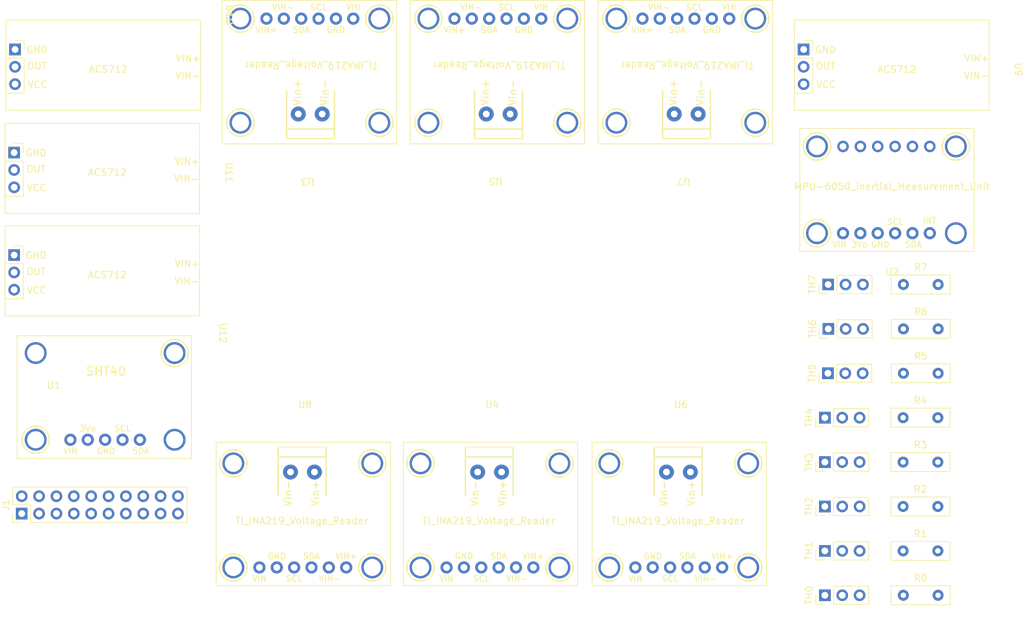
<source format=kicad_pcb>
(kicad_pcb (version 20211014) (generator pcbnew)
  (layers (0 "F.Cu" signal) (1 "In1.Cu" signal) (2 "In2.Cu" signal) (31 "B.Cu" signal) (34 "B.Paste" user) (35 "F.Paste" user) (36 "B.SilkS" user "B.Silkscreen") (37 "F.SilkS" user "F.Silkscreen") (38 "B.Mask" user) (39 "F.Mask" user) (44 "Edge.Cuts" user))
  (net 0 "")
  (net 1 "SCL_5V")
  (net 2 "+5V")
  (net 3 "SDA_5V")
  (net 4 "GND")
  (net 6 "TM0+")
  (net 8 "TM1+")
  (net 10 "TM2+")
  (net 12 "TM3+")
  (net 13 "CUR3")
  (net 14 "TM4+")
  (net 15 "CUR2")
  (net 16 "TM5+")
  (net 17 "CUR1")
  (net 18 "TM6+")
  (net 19 "CUR0")
  (net 20 "TM7+")
  (net 39 "CUR4")
  (footprint "Sensor_Current:ACS712" (layer "F.Cu") (at 198.867017 35.5 -90)
    (fp_text reference "U9" (at 0 -22.86 -90 unlocked) (layer "F.SilkS"))
    (fp_text value "ACS712" (at 0 -5.08 unlocked) (layer "F.SilkS"))
    (fp_text user "VIN+" (at -1.608772 -16.763683 unlocked) (layer "F.SilkS"))
    (fp_text user "VIN-" (at 0.936584 -16.701602 unlocked) (layer "F.SilkS"))
    (fp_text user "VCC" (at 2.239353 5.262622 unlocked) (layer "F.SilkS"))
    (fp_text user "GND" (at -2.86826 5.345449 unlocked) (layer "F.SilkS"))
    (fp_text user "OUT" (at -0.49391 5.345449 unlocked) (layer "F.SilkS"))
    (fp_line (start -1.644353 9.88575) (end -1.644353 7.22575) (layer "F.SilkS") (width 0.12))
    (fp_line (start -7.200684 9.88321) (end -7.200684 -18.57679) (layer "F.SilkS") (width 0.12))
    (fp_line (start -4.244353 8.55575) (end -4.244353 7.22575) (layer "F.SilkS") (width 0.12))
    (fp_line (start -1.644353 7.22575) (end 3.495647 7.22575) (layer "F.SilkS") (width 0.12))
    (fp_line (start 5.994132 9.873283) (end 5.994132 -18.586717) (layer "F.SilkS") (width 0.12))
    (fp_line (start -4.244353 7.22575) (end -2.914353 7.22575) (layer "F.SilkS") (width 0.12))
    (fp_line (start -7.200684 -18.57679) (end 5.94987 -18.571709) (layer "F.SilkS") (width 0.12))
    (fp_line (start -7.200684 9.88321) (end 5.94987 9.888291) (layer "F.SilkS") (width 0.12))
    (fp_line (start -1.644353 9.88575) (end 3.495647 9.88575) (layer "F.SilkS") (width 0.12))
    (fp_line (start 3.495647 9.88575) (end 3.495647 7.22575) (layer "F.SilkS") (width 0.12))
    (pad "1" thru_hole rect (at -2.914353 8.55575) (size 1.7 1.7) (drill 1) (layers *.Cu *.Mask) (net 19 "CUR0"))
    (pad "2" thru_hole oval (at -0.374353 8.55575) (size 1.7 1.7) (drill 1) (layers *.Cu *.Mask) (net 2 "+5V"))
    (pad "3" thru_hole oval (at 2.165647 8.55575) (size 1.7 1.7) (drill 1) (layers *.Cu *.Mask))
  )
  (footprint "Resistor_THT:R_Box_L8.4mm_W2.5mm_P5.08mm" (layer "F.Cu") (at 204.865 106)
    (fp_text reference "R1" (at 2.54 -2.52) (layer "F.SilkS"))
    (fp_text value "100k")
    (fp_line (start -1.77 1.39) (end 6.85 1.39) (layer "F.SilkS") (width 0.12))
    (fp_line (start -1.77 -1.39) (end 6.85 -1.39) (layer "F.SilkS") (width 0.12))
    (fp_line (start -1.77 -1.39) (end -1.77 1.39) (layer "F.SilkS") (width 0.12))
    (fp_line (start 6.85 -1.39) (end 6.85 1.39) (layer "F.SilkS") (width 0.12))
    (pad "1" thru_hole circle locked (at 0 0) (size 1.6 1.6) (drill 0.8) (layers *.Cu *.Mask) (net 2 "+5V"))
    (pad "2" thru_hole circle locked (at 5.08 0) (size 1.6 1.6) (drill 0.8) (layers *.Cu *.Mask) (net 8 "TM1+"))
  )
  (footprint "Sensor_Humidity:SHT40_BB" (layer "F.Cu") (at 88.283 84.233)
    (fp_text reference "U1" (at -7.653 -2.453 unlocked) (layer "F.SilkS"))
    (fp_text value "SHT40_Digital_Humidity_Sensor")
    (fp_text user "SHT40" (at -0.033 -4.533) (layer "F.SilkS") (effects (font (size 1.25222 1.25222) (thickness 0.22098))))
    (fp_text user "SDA" (at 5.047 7.151) (layer "F.SilkS") (effects (font (size 0.87376 0.87376) (thickness 0.14224))))
    (fp_text user "VIN" (at -5.24 7.151) (layer "F.SilkS") (effects (font (size 0.87376 0.87376) (thickness 0.14224))))
    (fp_text user "GND" (at -0.033 7.151) (layer "F.SilkS") (effects (font (size 0.87376 0.87376) (thickness 0.14224))))
    (fp_text user "3Vo" (at -2.7 3.849) (layer "F.SilkS") (effects (font (size 0.87376 0.87376) (thickness 0.14224))))
    (fp_text user "SCL" (at 2.38 3.849) (layer "F.SilkS") (effects (font (size 0.87376 0.87376) (thickness 0.14224))))
    (fp_line (start 12.467 -9.733) (end 12.467 8.267) (layer "F.SilkS") (width 0.12))
    (fp_line (start -13.033 8.267) (end -13.033 -9.733) (layer "F.SilkS") (width 0.12))
    (fp_line (start -13.033 -9.733) (end 12.467 -9.733) (layer "F.SilkS") (width 0.12))
    (fp_line (start 12.467 8.267) (end -13.033 8.267) (layer "F.SilkS") (width 0.12))
    (fp_circle (center 10 -7.2) (end 12 -7.2) (layer "F.SilkS") (width 0.2032) (fill none))
    (fp_circle (center -10.32 5.5) (end -8.32 5.5) (layer "F.SilkS") (width 0.2032) (fill none))
    (pad "1" thru_hole circle (at -5.24 5.5 90) (size 1.778 1.778) (drill 1) (layers *.Cu *.Mask))
    (pad "2" thru_hole circle (at -2.7 5.5 90) (size 1.778 1.778) (drill 1) (layers *.Cu *.Mask) (net 4 "GND"))
    (pad "3" thru_hole circle (at -0.16 5.5 90) (size 1.778 1.778) (drill 1) (layers *.Cu *.Mask) (net 1 "SCL_5V"))
    (pad "4" thru_hole circle (at 2.38 5.5 90) (size 1.778 1.778) (drill 1) (layers *.Cu *.Mask) (net 3 "SDA_5V"))
    (pad "5" thru_hole circle (at 4.92 5.5 90) (size 1.778 1.778) (drill 1) (layers *.Cu *.Mask))
    (pad "P$1" thru_hole circle (at -10.32 5.5) (size 3.2 3.2) (drill 2.5) (layers *.Cu *.Mask))
    (pad "P$1" thru_hole circle (at 10 5.5) (size 3.2 3.2) (drill 2.5) (layers *.Cu *.Mask))
    (pad "P$1" thru_hole circle (at 10 -7.2) (size 3.2 3.2) (drill 2.5) (layers *.Cu *.Mask))
    (pad "P$1" thru_hole circle (at -10.32 -7.2) (size 3.2 3.2) (drill 2.5) (layers *.Cu *.Mask))
  )
  (footprint "Connector_PinHeader_2.54mm:PinHeader_1x03_P2.54mm_Vertical" (layer "F.Cu") (at 193.905 67 90)
    (fp_text reference "TH7" (at 0 -2.33 90) (layer "F.SilkS"))
    (fp_text value "Thermistor_NTC")
    (fp_line (start -1.33 -1.33) (end 0 -1.33) (layer "F.SilkS") (width 0.12))
    (fp_line (start -1.33 0) (end -1.33 -1.33) (layer "F.SilkS") (width 0.12))
    (fp_line (start 1.33 1.27) (end 1.33 6.41) (layer "F.SilkS") (width 0.12))
    (fp_line (start -1.33 6.41) (end 1.33 6.41) (layer "F.SilkS") (width 0.12))
    (fp_line (start -1.33 1.27) (end 1.33 1.27) (layer "F.SilkS") (width 0.12))
    (fp_line (start -1.33 1.27) (end -1.33 6.41) (layer "F.SilkS") (width 0.12))
    (pad "1" thru_hole rect locked (at 0 0 90) (size 1.7 1.7) (drill 1) (layers *.Cu *.Mask) (net 20 "TM7+"))
    (pad "2" thru_hole oval locked (at 0 2.54 90) (size 1.7 1.7) (drill 1) (layers *.Cu *.Mask) (net 4 "GND"))
    (pad "3" thru_hole oval locked (at 0 5.08 90) (size 1.7 1.7) (drill 1) (layers *.Cu *.Mask))
  )
  (footprint "Connector_PinHeader_2.54mm:PinHeader_1x03_P2.54mm_Vertical" (layer "F.Cu") (at 193.865 80 90)
    (fp_text reference "TH5" (at 0 -2.33 90) (layer "F.SilkS"))
    (fp_text value "Thermistor_NTC")
    (fp_line (start -1.33 -1.33) (end 0 -1.33) (layer "F.SilkS") (width 0.12))
    (fp_line (start 1.33 1.27) (end 1.33 6.41) (layer "F.SilkS") (width 0.12))
    (fp_line (start -1.33 6.41) (end 1.33 6.41) (layer "F.SilkS") (width 0.12))
    (fp_line (start -1.33 0) (end -1.33 -1.33) (layer "F.SilkS") (width 0.12))
    (fp_line (start -1.33 1.27) (end 1.33 1.27) (layer "F.SilkS") (width 0.12))
    (fp_line (start -1.33 1.27) (end -1.33 6.41) (layer "F.SilkS") (width 0.12))
    (pad "1" thru_hole rect locked (at 0 0 90) (size 1.7 1.7) (drill 1) (layers *.Cu *.Mask) (net 16 "TM5+"))
    (pad "2" thru_hole oval locked (at 0 2.54 90) (size 1.7 1.7) (drill 1) (layers *.Cu *.Mask) (net 4 "GND"))
    (pad "3" thru_hole oval locked (at 0 5.08 90) (size 1.7 1.7) (drill 1) (layers *.Cu *.Mask))
  )
  (footprint "Sensor_Voltage:INA219" (layer "F.Cu") (at 144.75 85.095)
    (fp_text reference "U4" (at 0 -0.5 unlocked) (layer "F.SilkS"))
    (fp_text value "TI_INA219_Voltage_Reader" (at -0.5 16.5 unlocked) (layer "F.SilkS"))
    (fp_text user "SCL" (at -1.597 24.984) (layer "F.SilkS") (effects (font (size 0.87376 0.87376) (thickness 0.14224))))
    (fp_text user "VIN+" (at 6.023 21.682) (layer "F.SilkS") (effects (font (size 0.87376 0.87376) (thickness 0.14224))))
    (fp_text user "VIN" (at -6.677 24.984) (layer "F.SilkS") (effects (font (size 0.87376 0.87376) (thickness 0.14224))))
    (fp_text user "Vin+" (at 1.5 12.5 90) (layer "F.SilkS") (effects (font (size 1.0922 1.0922) (thickness 0.1778))))
    (fp_text user "VIN-" (at 3.61 24.984) (layer "F.SilkS") (effects (font (size 0.87376 0.87376) (thickness 0.14224))))
    (fp_text user "Vin-" (at -2.5 12.5 90) (layer "F.SilkS") (effects (font (size 1.0922 1.0922) (thickness 0.1778))))
    (fp_text user "GND" (at -4.137 21.682) (layer "F.SilkS") (effects (font (size 0.87376 0.87376) (thickness 0.14224))))
    (fp_text user "SDA" (at 0.943 21.682) (layer "F.SilkS") (effects (font (size 0.87376 0.87376) (thickness 0.14224))))
    (fp_line (start -13 5) (end -13 26) (layer "F.SilkS") (width 0.12))
    (fp_line (start -3.927 7.163) (end -3.927 12.763) (layer "F.SilkS") (width 0.2032))
    (fp_line (start 3.073 5.763) (end -3.927 5.763) (layer "F.SilkS") (width 0.2032))
    (fp_line (start -13 26) (end 12.5 26) (layer "F.SilkS") (width 0.12))
    (fp_line (start 3.073 7.163) (end -3.927 7.163) (layer "F.SilkS") (width 0.2032))
    (fp_line (start -3.927 5.763) (end -3.927 7.163) (layer "F.SilkS") (width 0.2032))
    (fp_line (start 3.073 7.163) (end 3.073 5.763) (layer "F.SilkS") (width 0.2032))
    (fp_line (start 12.5 26) (end 12.5 5) (layer "F.SilkS") (width 0.12))
    (fp_line (start 3.073 12.763) (end 3.073 7.163) (layer "F.SilkS") (width 0.2032))
    (fp_line (start 12.5 5) (end -13 5) (layer "F.SilkS") (width 0.12))
    (fp_circle (center -10.487 23.333) (end -8.487 23.333) (layer "F.SilkS") (width 0.2032) (fill none))
    (fp_circle (center 9.833 8.093) (end 11.833 8.093) (layer "F.SilkS") (width 0.2032) (fill none))
    (fp_circle (center 9.833 23.333) (end 11.833 23.333) (layer "F.SilkS") (width 0.2032) (fill none))
    (fp_circle (center -10.487 8.093) (end -8.487 8.093) (layer "F.SilkS") (width 0.2032) (fill none))
    (pad "1" thru_hole circle (at -6.677 23.333 90) (size 1.778 1.778) (drill 1) (layers *.Cu *.Mask))
    (pad "1" thru_hole circle (at -2.127 9.363 180) (size 2.1844 2.1844) (drill 1) (layers *.Cu *.Mask))
    (pad "2" thru_hole circle (at -4.137 23.333 90) (size 1.778 1.778) (drill 1) (layers *.Cu *.Mask))
    (pad "2" thru_hole circle (at 1.373 9.363 180) (size 2.1844 2.1844) (drill 1) (layers *.Cu *.Mask))
    (pad "3" thru_hole circle (at -1.597 23.333 90) (size 1.778 1.778) (drill 1) (layers *.Cu *.Mask) (net 4 "GND"))
    (pad "4" thru_hole circle (at 0.943 23.333 90) (size 1.778 1.778) (drill 1) (layers *.Cu *.Mask) (net 1 "SCL_5V"))
    (pad "5" thru_hole circle (at 3.483 23.333 90) (size 1.778 1.778) (drill 1) (layers *.Cu *.Mask) (net 3 "SDA_5V"))
    (pad "6" thru_hole circle (at 6.023 23.333 90) (size 1.778 1.778) (drill 1) (layers *.Cu *.Mask))
    (pad "P$1" thru_hole circle (at -10.487 23.333) (size 3.2 3.2) (drill 2.5) (layers *.Cu *.Mask))
    (pad "P$1" thru_hole circle (at 9.833 8.093) (size 3.2 3.2) (drill 2.5) (layers *.Cu *.Mask))
    (pad "P$1" thru_hole circle (at -10.487 8.093) (size 3.2 3.2) (drill 2.5) (layers *.Cu *.Mask))
    (pad "P$1" thru_hole circle (at 9.833 23.333) (size 3.2 3.2) (drill 2.5) (layers *.Cu *.Mask))
  )
  (footprint "Connector_PinHeader_2.54mm:PinHeader_1x03_P2.54mm_Vertical" (layer "F.Cu") (at 193.92 73.5 90)
    (fp_text reference "TH6" (at 0 -2.33 90) (layer "F.SilkS"))
    (fp_text value "Thermistor_NTC")
    (fp_line (start -1.33 -1.33) (end 0 -1.33) (layer "F.SilkS") (width 0.12))
    (fp_line (start -1.33 0) (end -1.33 -1.33) (layer "F.SilkS") (width 0.12))
    (fp_line (start 1.33 1.27) (end 1.33 6.41) (layer "F.SilkS") (width 0.12))
    (fp_line (start -1.33 1.27) (end -1.33 6.41) (layer "F.SilkS") (width 0.12))
    (fp_line (start -1.33 1.27) (end 1.33 1.27) (layer "F.SilkS") (width 0.12))
    (fp_line (start -1.33 6.41) (end 1.33 6.41) (layer "F.SilkS") (width 0.12))
    (pad "1" thru_hole rect locked (at 0 0 90) (size 1.7 1.7) (drill 1) (layers *.Cu *.Mask) (net 18 "TM6+"))
    (pad "2" thru_hole oval locked (at 0 2.54 90) (size 1.7 1.7) (drill 1) (layers *.Cu *.Mask) (net 4 "GND"))
    (pad "3" thru_hole oval locked (at 0 5.08 90) (size 1.7 1.7) (drill 1) (layers *.Cu *.Mask))
  )
  (footprint "Sensor_Voltage:INA219" (layer "F.Cu") (at 172.75 51.405 180)
    (fp_text reference "U7" (at 0 -0.5 180 unlocked) (layer "F.SilkS"))
    (fp_text value "TI_INA219_Voltage_Reader" (at -0.5 16.5 180 unlocked) (layer "F.SilkS"))
    (fp_text user "Vin+" (at 1.5 12.5 90) (layer "F.SilkS") (effects (font (size 1.0922 1.0922) (thickness 0.1778))))
    (fp_text user "GND" (at -4.137 21.682) (layer "F.SilkS") (effects (font (size 0.87376 0.87376) (thickness 0.14224))))
    (fp_text user "SCL" (at -1.597 24.984) (layer "F.SilkS") (effects (font (size 0.87376 0.87376) (thickness 0.14224))))
    (fp_text user "VIN+" (at 6.023 21.682) (layer "F.SilkS") (effects (font (size 0.87376 0.87376) (thickness 0.14224))))
    (fp_text user "Vin-" (at -2.5 12.5 90) (layer "F.SilkS") (effects (font (size 1.0922 1.0922) (thickness 0.1778))))
    (fp_text user "VIN" (at -6.677 24.984) (layer "F.SilkS") (effects (font (size 0.87376 0.87376) (thickness 0.14224))))
    (fp_text user "VIN-" (at 3.61 24.984) (layer "F.SilkS") (effects (font (size 0.87376 0.87376) (thickness 0.14224))))
    (fp_text user "SDA" (at 0.943 21.682) (layer "F.SilkS") (effects (font (size 0.87376 0.87376) (thickness 0.14224))))
    (fp_line (start -3.927 5.763) (end -3.927 7.163) (layer "F.SilkS") (width 0.2032))
    (fp_line (start 12.5 26) (end 12.5 5) (layer "F.SilkS") (width 0.12))
    (fp_line (start -3.927 7.163) (end -3.927 12.763) (layer "F.SilkS") (width 0.2032))
    (fp_line (start 3.073 7.163) (end 3.073 5.763) (layer "F.SilkS") (width 0.2032))
    (fp_line (start -13 26) (end 12.5 26) (layer "F.SilkS") (width 0.12))
    (fp_line (start 12.5 5) (end -13 5) (layer "F.SilkS") (width 0.12))
    (fp_line (start -13 5) (end -13 26) (layer "F.SilkS") (width 0.12))
    (fp_line (start 3.073 12.763) (end 3.073 7.163) (layer "F.SilkS") (width 0.2032))
    (fp_line (start 3.073 7.163) (end -3.927 7.163) (layer "F.SilkS") (width 0.2032))
    (fp_line (start 3.073 5.763) (end -3.927 5.763) (layer "F.SilkS") (width 0.2032))
    (fp_circle (center 9.833 8.093) (end 11.833 8.093) (layer "F.SilkS") (width 0.2032) (fill none))
    (fp_circle (center -10.487 23.333) (end -8.487 23.333) (layer "F.SilkS") (width 0.2032) (fill none))
    (fp_circle (center 9.833 23.333) (end 11.833 23.333) (layer "F.SilkS") (width 0.2032) (fill none))
    (fp_circle (center -10.487 8.093) (end -8.487 8.093) (layer "F.SilkS") (width 0.2032) (fill none))
    (pad "1" thru_hole circle (at -6.677 23.333 270) (size 1.778 1.778) (drill 1) (layers *.Cu *.Mask))
    (pad "1" thru_hole circle (at -2.127 9.363) (size 2.1844 2.1844) (drill 1) (layers *.Cu *.Mask))
    (pad "2" thru_hole circle (at 1.373 9.363) (size 2.1844 2.1844) (drill 1) (layers *.Cu *.Mask))
    (pad "2" thru_hole circle (at -4.137 23.333 270) (size 1.778 1.778) (drill 1) (layers *.Cu *.Mask))
    (pad "3" thru_hole circle (at -1.597 23.333 270) (size 1.778 1.778) (drill 1) (layers *.Cu *.Mask) (net 4 "GND"))
    (pad "4" thru_hole circle (at 0.943 23.333 270) (size 1.778 1.778) (drill 1) (layers *.Cu *.Mask) (net 1 "SCL_5V"))
    (pad "5" thru_hole circle (at 3.483 23.333 270) (size 1.778 1.778) (drill 1) (layers *.Cu *.Mask) (net 3 "SDA_5V"))
    (pad "6" thru_hole circle (at 6.023 23.333 270) (size 1.778 1.778) (drill 1) (layers *.Cu *.Mask))
    (pad "P$1" thru_hole circle (at 9.833 23.333 180) (size 3.2 3.2) (drill 2.5) (layers *.Cu *.Mask))
    (pad "P$1" thru_hole circle (at -10.487 8.093 180) (size 3.2 3.2) (drill 2.5) (layers *.Cu *.Mask))
    (pad "P$1" thru_hole circle (at 9.833 8.093 180) (size 3.2 3.2) (drill 2.5) (layers *.Cu *.Mask))
    (pad "P$1" thru_hole circle (at -10.487 23.333 180) (size 3.2 3.2) (drill 2.5) (layers *.Cu *.Mask))
  )
  (footprint "Resistor_THT:R_Box_L8.4mm_W2.5mm_P5.08mm" (layer "F.Cu") (at 204.865 99.5)
    (fp_text reference "R2" (at 2.54 -2.52) (layer "F.SilkS"))
    (fp_text value "100k")
    (fp_line (start -1.77 -1.39) (end -1.77 1.39) (layer "F.SilkS") (width 0.12))
    (fp_line (start -1.77 -1.39) (end 6.85 -1.39) (layer "F.SilkS") (width 0.12))
    (fp_line (start 6.85 -1.39) (end 6.85 1.39) (layer "F.SilkS") (width 0.12))
    (fp_line (start -1.77 1.39) (end 6.85 1.39) (layer "F.SilkS") (width 0.12))
    (pad "1" thru_hole circle locked (at 0 0) (size 1.6 1.6) (drill 0.8) (layers *.Cu *.Mask) (net 2 "+5V"))
    (pad "2" thru_hole circle locked (at 5.08 0) (size 1.6 1.6) (drill 0.8) (layers *.Cu *.Mask) (net 10 "TM2+"))
  )
  (footprint "Sensor_Current:ACS712" (layer "F.Cu") (at 83.367017 65.603276 -90)
    (fp_text reference "U12" (at 8.5 -21.98 -90 unlocked) (layer "F.SilkS"))
    (fp_text value "ACS712" (at 0 -5.08 unlocked) (layer "F.SilkS"))
    (fp_text user "VIN-" (at 0.936584 -16.701602 unlocked) (layer "F.SilkS"))
    (fp_text user "VIN+" (at -1.608772 -16.763683 unlocked) (layer "F.SilkS"))
    (fp_text user "VCC" (at 2.239353 5.262622 unlocked) (layer "F.SilkS"))
    (fp_text user "GND" (at -2.86826 5.345449 unlocked) (layer "F.SilkS"))
    (fp_text user "OUT" (at -0.49391 5.345449 unlocked) (layer "F.SilkS"))
    (fp_line (start -7.200684 9.88321) (end -7.200684 -18.57679) (layer "F.SilkS") (width 0.12))
    (fp_line (start -7.200684 -18.57679) (end 5.94987 -18.571709) (layer "F.SilkS") (width 0.12))
    (fp_line (start -1.644353 7.22575) (end 3.495647 7.22575) (layer "F.SilkS") (width 0.12))
    (fp_line (start -4.244353 8.55575) (end -4.244353 7.22575) (layer "F.SilkS") (width 0.12))
    (fp_line (start -1.644353 9.88575) (end -1.644353 7.22575) (layer "F.SilkS") (width 0.12))
    (fp_line (start 3.495647 9.88575) (end 3.495647 7.22575) (layer "F.SilkS") (width 0.12))
    (fp_line (start -7.200684 9.88321) (end 5.94987 9.888291) (layer "F.SilkS") (width 0.12))
    (fp_line (start -4.244353 7.22575) (end -2.914353 7.22575) (layer "F.SilkS") (width 0.12))
    (fp_line (start 5.994132 9.873283) (end 5.994132 -18.586717) (layer "F.SilkS") (width 0.12))
    (fp_line (start -1.644353 9.88575) (end 3.495647 9.88575) (layer "F.SilkS") (width 0.12))
    (pad "1" thru_hole rect (at -2.914353 8.55575) (size 1.7 1.7) (drill 1) (layers *.Cu *.Mask) (net 39 "CUR4"))
    (pad "2" thru_hole oval (at -0.374353 8.55575) (size 1.7 1.7) (drill 1) (layers *.Cu *.Mask) (net 2 "+5V"))
    (pad "3" thru_hole oval (at 2.165647 8.55575) (size 1.7 1.7) (drill 1) (layers *.Cu *.Mask))
  )
  (footprint "Resistor_THT:R_Box_L8.4mm_W2.5mm_P5.08mm" (layer "F.Cu") (at 204.9 112.5)
    (fp_text reference "R0" (at 2.54 -2.52) (layer "F.SilkS"))
    (fp_text value "100k")
    (fp_line (start 6.85 -1.39) (end 6.85 1.39) (layer "F.SilkS") (width 0.12))
    (fp_line (start -1.77 -1.39) (end -1.77 1.39) (layer "F.SilkS") (width 0.12))
    (fp_line (start -1.77 1.39) (end 6.85 1.39) (layer "F.SilkS") (width 0.12))
    (fp_line (start -1.77 -1.39) (end 6.85 -1.39) (layer "F.SilkS") (width 0.12))
    (pad "1" thru_hole circle locked (at 0 0) (size 1.6 1.6) (drill 0.8) (layers *.Cu *.Mask) (net 2 "+5V"))
    (pad "2" thru_hole circle locked (at 5.08 0) (size 1.6 1.6) (drill 0.8) (layers *.Cu *.Mask) (net 6 "TM0+"))
  )
  (footprint "Resistor_THT:R_Box_L8.4mm_W2.5mm_P5.08mm" (layer "F.Cu") (at 204.91 67)
    (fp_text reference "R7" (at 2.54 -2.52) (layer "F.SilkS"))
    (fp_text value "100k")
    (fp_line (start 6.85 -1.39) (end 6.85 1.39) (layer "F.SilkS") (width 0.12))
    (fp_line (start -1.77 -1.39) (end -1.77 1.39) (layer "F.SilkS") (width 0.12))
    (fp_line (start -1.77 -1.39) (end 6.85 -1.39) (layer "F.SilkS") (width 0.12))
    (fp_line (start -1.77 1.39) (end 6.85 1.39) (layer "F.SilkS") (width 0.12))
    (pad "1" thru_hole circle locked (at 0 0) (size 1.6 1.6) (drill 0.8) (layers *.Cu *.Mask) (net 2 "+5V"))
    (pad "2" thru_hole circle locked (at 5.08 0) (size 1.6 1.6) (drill 0.8) (layers *.Cu *.Mask) (net 20 "TM7+"))
  )
  (footprint "Sensor_Voltage:INA219" (layer "F.Cu") (at 117.37 85.095)
    (fp_text reference "U8" (at 0 -0.5 unlocked) (layer "F.SilkS"))
    (fp_text value "TI_INA219_Voltage_Reader" (at -0.5 16.5 unlocked) (layer "F.SilkS"))
    (fp_text user "VIN-" (at 3.61 24.984) (layer "F.SilkS") (effects (font (size 0.87376 0.87376) (thickness 0.14224))))
    (fp_text user "Vin+" (at 1.5 12.5 90) (layer "F.SilkS") (effects (font (size 1.0922 1.0922) (thickness 0.1778))))
    (fp_text user "Vin-" (at -2.5 12.5 90) (layer "F.SilkS") (effects (font (size 1.0922 1.0922) (thickness 0.1778))))
    (fp_text user "GND" (at -4.137 21.682) (layer "F.SilkS") (effects (font (size 0.87376 0.87376) (thickness 0.14224))))
    (fp_text user "SCL" (at -1.597 24.984) (layer "F.SilkS") (effects (font (size 0.87376 0.87376) (thickness 0.14224))))
    (fp_text user "SDA" (at 0.943 21.682) (layer "F.SilkS") (effects (font (size 0.87376 0.87376) (thickness 0.14224))))
    (fp_text user "VIN" (at -6.677 24.984) (layer "F.SilkS") (effects (font (size 0.87376 0.87376) (thickness 0.14224))))
    (fp_text user "VIN+" (at 6.023 21.682) (layer "F.SilkS") (effects (font (size 0.87376 0.87376) (thickness 0.14224))))
    (fp_line (start 3.073 5.763) (end -3.927 5.763) (layer "F.SilkS") (width 0.2032))
    (fp_line (start 12.5 26) (end 12.5 5) (layer "F.SilkS") (width 0.12))
    (fp_line (start -3.927 7.163) (end -3.927 12.763) (layer "F.SilkS") (width 0.2032))
    (fp_line (start -13 26) (end 12.5 26) (layer "F.SilkS") (width 0.12))
    (fp_line (start 12.5 5) (end -13 5) (layer "F.SilkS") (width 0.12))
    (fp_line (start -13 5) (end -13 26) (layer "F.SilkS") (width 0.12))
    (fp_line (start 3.073 7.163) (end -3.927 7.163) (layer "F.SilkS") (width 0.2032))
    (fp_line (start 3.073 12.763) (end 3.073 7.163) (layer "F.SilkS") (width 0.2032))
    (fp_line (start -3.927 5.763) (end -3.927 7.163) (layer "F.SilkS") (width 0.2032))
    (fp_line (start 3.073 7.163) (end 3.073 5.763) (layer "F.SilkS") (width 0.2032))
    (fp_circle (center 9.833 23.333) (end 11.833 23.333) (layer "F.SilkS") (width 0.2032) (fill none))
    (fp_circle (center -10.487 23.333) (end -8.487 23.333) (layer "F.SilkS") (width 0.2032) (fill none))
    (fp_circle (center -10.487 8.093) (end -8.487 8.093) (layer "F.SilkS") (width 0.2032) (fill none))
    (fp_circle (center 9.833 8.093) (end 11.833 8.093) (layer "F.SilkS") (width 0.2032) (fill none))
    (pad "1" thru_hole circle (at -2.127 9.363 180) (size 2.1844 2.1844) (drill 1) (layers *.Cu *.Mask))
    (pad "1" thru_hole circle (at -6.677 23.333 90) (size 1.778 1.778) (drill 1) (layers *.Cu *.Mask))
    (pad "2" thru_hole circle (at 1.373 9.363 180) (size 2.1844 2.1844) (drill 1) (layers *.Cu *.Mask))
    (pad "2" thru_hole circle (at -4.137 23.333 90) (size 1.778 1.778) (drill 1) (layers *.Cu *.Mask))
    (pad "3" thru_hole circle (at -1.597 23.333 90) (size 1.778 1.778) (drill 1) (layers *.Cu *.Mask) (net 4 "GND"))
    (pad "4" thru_hole circle (at 0.943 23.333 90) (size 1.778 1.778) (drill 1) (layers *.Cu *.Mask) (net 1 "SCL_5V"))
    (pad "5" thru_hole circle (at 3.483 23.333 90) (size 1.778 1.778) (drill 1) (layers *.Cu *.Mask) (net 3 "SDA_5V"))
    (pad "6" thru_hole circle (at 6.023 23.333 90) (size 1.778 1.778) (drill 1) (layers *.Cu *.Mask))
    (pad "P$1" thru_hole circle (at -10.487 23.333) (size 3.2 3.2) (drill 2.5) (layers *.Cu *.Mask))
    (pad "P$1" thru_hole circle (at 9.833 23.333) (size 3.2 3.2) (drill 2.5) (layers *.Cu *.Mask))
    (pad "P$1" thru_hole circle (at 9.833 8.093) (size 3.2 3.2) (drill 2.5) (layers *.Cu *.Mask))
    (pad "P$1" thru_hole circle (at -10.487 8.093) (size 3.2 3.2) (drill 2.5) (layers *.Cu *.Mask))
  )
  (footprint "Sensor_Current:ACS712" (layer "F.Cu") (at 83.367017 50.603276 -90)
    (fp_text reference "U11" (at 0 -22.86 -90 unlocked) (layer "F.SilkS"))
    (fp_text value "ACS712" (at 0 -5.08 unlocked) (layer "F.SilkS"))
    (fp_text user "GND" (at -2.86826 5.345449 unlocked) (layer "F.SilkS"))
    (fp_text user "VCC" (at 2.239353 5.262622 unlocked) (layer "F.SilkS"))
    (fp_text user "OUT" (at -0.49391 5.345449 unlocked) (layer "F.SilkS"))
    (fp_text user "VIN-" (at 0.936584 -16.701602 unlocked) (layer "F.SilkS"))
    (fp_text user "VIN+" (at -1.608772 -16.763683 unlocked) (layer "F.SilkS"))
    (fp_line (start -1.644353 7.22575) (end 3.495647 7.22575) (layer "F.SilkS") (width 0.12))
    (fp_line (start -7.200684 -18.57679) (end 5.94987 -18.571709) (layer "F.SilkS") (width 0.12))
    (fp_line (start -1.644353 9.88575) (end -1.644353 7.22575) (layer "F.SilkS") (width 0.12))
    (fp_line (start -4.244353 7.22575) (end -2.914353 7.22575) (layer "F.SilkS") (width 0.12))
    (fp_line (start 3.495647 9.88575) (end 3.495647 7.22575) (layer "F.SilkS") (width 0.12))
    (fp_line (start 5.994132 9.873283) (end 5.994132 -18.586717) (layer "F.SilkS") (width 0.12))
    (fp_line (start -7.200684 9.88321) (end 5.94987 9.888291) (layer "F.SilkS") (width 0.12))
    (fp_line (start -1.644353 9.88575) (end 3.495647 9.88575) (layer "F.SilkS") (width 0.12))
    (fp_line (start -4.244353 8.55575) (end -4.244353 7.22575) (layer "F.SilkS") (width 0.12))
    (fp_line (start -7.200684 9.88321) (end -7.200684 -18.57679) (layer "F.SilkS") (width 0.12))
    (pad "1" thru_hole rect (at -2.914353 8.55575) (size 1.7 1.7) (drill 1) (layers *.Cu *.Mask) (net 15 "CUR2"))
    (pad "2" thru_hole oval (at -0.374353 8.55575) (size 1.7 1.7) (drill 1) (layers *.Cu *.Mask) (net 2 "+5V"))
    (pad "3" thru_hole oval (at 2.165647 8.55575) (size 1.7 1.7) (drill 1) (layers *.Cu *.Mask))
  )
  (footprint "Resistor_THT:R_Box_L8.4mm_W2.5mm_P5.08mm" (layer "F.Cu") (at 204.865 93)
    (fp_text reference "R3" (at 2.54 -2.52) (layer "F.SilkS"))
    (fp_text value "100k")
    (fp_line (start -1.77 -1.39) (end -1.77 1.39) (layer "F.SilkS") (width 0.12))
    (fp_line (start -1.77 -1.39) (end 6.85 -1.39) (layer "F.SilkS") (width 0.12))
    (fp_line (start 6.85 -1.39) (end 6.85 1.39) (layer "F.SilkS") (width 0.12))
    (fp_line (start -1.77 1.39) (end 6.85 1.39) (layer "F.SilkS") (width 0.12))
    (pad "1" thru_hole circle locked (at 0 0) (size 1.6 1.6) (drill 0.8) (layers *.Cu *.Mask) (net 2 "+5V"))
    (pad "2" thru_hole circle locked (at 5.08 0) (size 1.6 1.6) (drill 0.8) (layers *.Cu *.Mask) (net 12 "TM3+"))
  )
  (footprint "Connector_PinHeader_2.54mm:PinHeader_1x03_P2.54mm_Vertical" (layer "F.Cu") (at 193.42 112.5 90)
    (fp_text reference "TH0" (at 0 -2.33 90) (layer "F.SilkS"))
    (fp_text value "Thermistor_NTC")
    (fp_line (start 1.33 1.27) (end 1.33 6.41) (layer "F.SilkS") (width 0.12))
    (fp_line (start -1.33 6.41) (end 1.33 6.41) (layer "F.SilkS") (width 0.12))
    (fp_line (start -1.33 1.27) (end -1.33 6.41) (layer "F.SilkS") (width 0.12))
    (fp_line (start -1.33 1.27) (end 1.33 1.27) (layer "F.SilkS") (width 0.12))
    (fp_line (start -1.33 -1.33) (end 0 -1.33) (layer "F.SilkS") (width 0.12))
    (fp_line (start -1.33 0) (end -1.33 -1.33) (layer "F.SilkS") (width 0.12))
    (pad "1" thru_hole rect locked (at 0 0 90) (size 1.7 1.7) (drill 1) (layers *.Cu *.Mask) (net 6 "TM0+"))
    (pad "2" thru_hole oval locked (at 0 2.54 90) (size 1.7 1.7) (drill 1) (layers *.Cu *.Mask) (net 4 "GND"))
    (pad "3" thru_hole oval locked (at 0 5.08 90) (size 1.7 1.7) (drill 1) (layers *.Cu *.Mask))
  )
  (footprint "Connector_PinHeader_2.54mm:PinHeader_1x03_P2.54mm_Vertical" (layer "F.Cu") (at 193.42 86.5 90)
    (fp_text reference "TH4" (at 0 -2.33 90) (layer "F.SilkS"))
    (fp_text value "Thermistor_NTC")
    (fp_line (start -1.33 0) (end -1.33 -1.33) (layer "F.SilkS") (width 0.12))
    (fp_line (start -1.33 1.27) (end -1.33 6.41) (layer "F.SilkS") (width 0.12))
    (fp_line (start -1.33 -1.33) (end 0 -1.33) (layer "F.SilkS") (width 0.12))
    (fp_line (start 1.33 1.27) (end 1.33 6.41) (layer "F.SilkS") (width 0.12))
    (fp_line (start -1.33 1.27) (end 1.33 1.27) (layer "F.SilkS") (width 0.12))
    (fp_line (start -1.33 6.41) (end 1.33 6.41) (layer "F.SilkS") (width 0.12))
    (pad "1" thru_hole rect locked (at 0 0 90) (size 1.7 1.7) (drill 1) (layers *.Cu *.Mask) (net 14 "TM4+"))
    (pad "2" thru_hole oval locked (at 0 2.54 90) (size 1.7 1.7) (drill 1) (layers *.Cu *.Mask) (net 4 "GND"))
    (pad "3" thru_hole oval locked (at 0 5.08 90) (size 1.7 1.7) (drill 1) (layers *.Cu *.Mask))
  )
  (footprint "Sensor_Current:ACS712" (layer "F.Cu") (at 83.5 35.5 -90)
    (fp_text reference "U10" (at -8 -22.86 -90 unlocked) (layer "F.SilkS"))
    (fp_text value "ACS712" (at 0 -5.08 unlocked) (layer "F.SilkS"))
    (fp_text user "GND" (at -2.86826 5.345449 unlocked) (layer "F.SilkS"))
    (fp_text user "VIN+" (at -1.608772 -16.763683 unlocked) (layer "F.SilkS"))
    (fp_text user "OUT" (at -0.49391 5.345449 unlocked) (layer "F.SilkS"))
    (fp_text user "VIN-" (at 0.936584 -16.701602 unlocked) (layer "F.SilkS"))
    (fp_text user "VCC" (at 2.239353 5.262622 unlocked) (layer "F.SilkS"))
    (fp_line (start -4.244353 8.55575) (end -4.244353 7.22575) (layer "F.SilkS") (width 0.12))
    (fp_line (start -7.200684 -18.57679) (end 5.94987 -18.571709) (layer "F.SilkS") (width 0.12))
    (fp_line (start -1.644353 7.22575) (end 3.495647 7.22575) (layer "F.SilkS") (width 0.12))
    (fp_line (start -4.244353 7.22575) (end -2.914353 7.22575) (layer "F.SilkS") (width 0.12))
    (fp_line (start 3.495647 9.88575) (end 3.495647 7.22575) (layer "F.SilkS") (width 0.12))
    (fp_line (start -1.644353 9.88575) (end -1.644353 7.22575) (layer "F.SilkS") (width 0.12))
    (fp_line (start -7.200684 9.88321) (end -7.200684 -18.57679) (layer "F.SilkS") (width 0.12))
    (fp_line (start -7.200684 9.88321) (end 5.94987 9.888291) (layer "F.SilkS") (width 0.12))
    (fp_line (start 5.994132 9.873283) (end 5.994132 -18.586717) (layer "F.SilkS") (width 0.12))
    (fp_line (start -1.644353 9.88575) (end 3.495647 9.88575) (layer "F.SilkS") (width 0.12))
    (pad "1" thru_hole rect (at -2.914353 8.55575) (size 1.7 1.7) (drill 1) (layers *.Cu *.Mask) (net 17 "CUR1"))
    (pad "2" thru_hole oval (at -0.374353 8.55575) (size 1.7 1.7) (drill 1) (layers *.Cu *.Mask) (net 2 "+5V"))
    (pad "3" thru_hole oval (at 2.165647 8.55575) (size 1.7 1.7) (drill 1) (layers *.Cu *.Mask))
  )
  (footprint "Sensor_Voltage:INA219" (layer "F.Cu") (at 172.37 85.095)
    (fp_text reference "U6" (at 0 -0.5 unlocked) (layer "F.SilkS"))
    (fp_text value "TI_INA219_Voltage_Reader" (at -0.5 16.5 unlocked) (layer "F.SilkS"))
    (fp_text user "VIN" (at -6.677 24.984) (layer "F.SilkS") (effects (font (size 0.87376 0.87376) (thickness 0.14224))))
    (fp_text user "SDA" (at 0.943 21.682) (layer "F.SilkS") (effects (font (size 0.87376 0.87376) (thickness 0.14224))))
    (fp_text user "Vin-" (at -2.5 12.5 90) (layer "F.SilkS") (effects (font (size 1.0922 1.0922) (thickness 0.1778))))
    (fp_text user "SCL" (at -1.597 24.984) (layer "F.SilkS") (effects (font (size 0.87376 0.87376) (thickness 0.14224))))
    (fp_text user "Vin+" (at 1.5 12.5 90) (layer "F.SilkS") (effects (font (size 1.0922 1.0922) (thickness 0.1778))))
    (fp_text user "GND" (at -4.137 21.682) (layer "F.SilkS") (effects (font (size 0.87376 0.87376) (thickness 0.14224))))
    (fp_text user "VIN-" (at 3.61 24.984) (layer "F.SilkS") (effects (font (size 0.87376 0.87376) (thickness 0.14224))))
    (fp_text user "VIN+" (at 6.023 21.682) (layer "F.SilkS") (effects (font (size 0.87376 0.87376) (thickness 0.14224))))
    (fp_line (start 3.073 7.163) (end -3.927 7.163) (layer "F.SilkS") (width 0.2032))
    (fp_line (start 12.5 5) (end -13 5) (layer "F.SilkS") (width 0.12))
    (fp_line (start -13 26) (end 12.5 26) (layer "F.SilkS") (width 0.12))
    (fp_line (start 3.073 7.163) (end 3.073 5.763) (layer "F.SilkS") (width 0.2032))
    (fp_line (start 3.073 5.763) (end -3.927 5.763) (layer "F.SilkS") (width 0.2032))
    (fp_line (start 12.5 26) (end 12.5 5) (layer "F.SilkS") (width 0.12))
    (fp_line (start -13 5) (end -13 26) (layer "F.SilkS") (width 0.12))
    (fp_line (start -3.927 7.163) (end -3.927 12.763) (layer "F.SilkS") (width 0.2032))
    (fp_line (start -3.927 5.763) (end -3.927 7.163) (layer "F.SilkS") (width 0.2032))
    (fp_line (start 3.073 12.763) (end 3.073 7.163) (layer "F.SilkS") (width 0.2032))
    (fp_circle (center -10.487 8.093) (end -8.487 8.093) (layer "F.SilkS") (width 0.2032) (fill none))
    (fp_circle (center 9.833 8.093) (end 11.833 8.093) (layer "F.SilkS") (width 0.2032) (fill none))
    (fp_circle (center -10.487 23.333) (end -8.487 23.333) (layer "F.SilkS") (width 0.2032) (fill none))
    (fp_circle (center 9.833 23.333) (end 11.833 23.333) (layer "F.SilkS") (width 0.2032) (fill none))
    (pad "1" thru_hole circle (at -2.127 9.363 180) (size 2.1844 2.1844) (drill 1) (layers *.Cu *.Mask))
    (pad "1" thru_hole circle (at -6.677 23.333 90) (size 1.778 1.778) (drill 1) (layers *.Cu *.Mask))
    (pad "2" thru_hole circle (at 1.373 9.363 180) (size 2.1844 2.1844) (drill 1) (layers *.Cu *.Mask))
    (pad "2" thru_hole circle (at -4.137 23.333 90) (size 1.778 1.778) (drill 1) (layers *.Cu *.Mask))
    (pad "3" thru_hole circle (at -1.597 23.333 90) (size 1.778 1.778) (drill 1) (layers *.Cu *.Mask) (net 4 "GND"))
    (pad "4" thru_hole circle (at 0.943 23.333 90) (size 1.778 1.778) (drill 1) (layers *.Cu *.Mask) (net 1 "SCL_5V"))
    (pad "5" thru_hole circle (at 3.483 23.333 90) (size 1.778 1.778) (drill 1) (layers *.Cu *.Mask) (net 3 "SDA_5V"))
    (pad "6" thru_hole circle (at 6.023 23.333 90) (size 1.778 1.778) (drill 1) (layers *.Cu *.Mask))
    (pad "P$1" thru_hole circle (at 9.833 23.333) (size 3.2 3.2) (drill 2.5) (layers *.Cu *.Mask))
    (pad "P$1" thru_hole circle (at 9.833 8.093) (size 3.2 3.2) (drill 2.5) (layers *.Cu *.Mask))
    (pad "P$1" thru_hole circle (at -10.487 23.333) (size 3.2 3.2) (drill 2.5) (layers *.Cu *.Mask))
    (pad "P$1" thru_hole circle (at -10.487 8.093) (size 3.2 3.2) (drill 2.5) (layers *.Cu *.Mask))
  )
  (footprint "Connector_PinHeader_2.54mm:PinHeader_1x03_P2.54mm_Vertical" (layer "F.Cu") (at 193.42 93 90)
    (fp_text reference "TH3" (at 0 -2.33 90) (layer "F.SilkS"))
    (fp_text value "Thermistor_NTC")
    (fp_line (start -1.33 -1.33) (end 0 -1.33) (layer "F.SilkS") (width 0.12))
    (fp_line (start -1.33 1.27) (end -1.33 6.41) (layer "F.SilkS") (width 0.12))
    (fp_line (start -1.33 6.41) (end 1.33 6.41) (layer "F.SilkS") (width 0.12))
    (fp_line (start -1.33 1.27) (end 1.33 1.27) (layer "F.SilkS") (width 0.12))
    (fp_line (start -1.33 0) (end -1.33 -1.33) (layer "F.SilkS") (width 0.12))
    (fp_line (start 1.33 1.27) (end 1.33 6.41) (layer "F.SilkS") (width 0.12))
    (pad "1" thru_hole rect locked (at 0 0 90) (size 1.7 1.7) (drill 1) (layers *.Cu *.Mask) (net 12 "TM3+"))
    (pad "2" thru_hole oval locked (at 0 2.54 90) (size 1.7 1.7) (drill 1) (layers *.Cu *.Mask) (net 4 "GND"))
    (pad "3" thru_hole oval locked (at 0 5.08 90) (size 1.7 1.7) (drill 1) (layers *.Cu *.Mask))
  )
  (footprint "Connector_PinHeader_2.54mm:PinHeader_2x10_P2.54mm_Vertical" (layer "F.Cu") (at 75.92 100.54 90)
    (fp_text reference "J1" (at 1.27 -2.33 90) (layer "F.SilkS"))
    (fp_text value "Conn_2Rows-21Pins")
    (fp_line (start -1.33 1.27) (end -1.33 24.19) (layer "F.SilkS") (width 0.12))
    (fp_line (start -1.33 24.19) (end 3.87 24.19) (layer "F.SilkS") (width 0.12))
    (fp_line (start 3.87 -1.33) (end 3.87 24.19) (layer "F.SilkS") (width 0.12))
    (fp_line (start 1.27 1.27) (end 1.27 -1.33) (layer "F.SilkS") (width 0.12))
    (fp_line (start -1.33 1.27) (end 1.27 1.27) (layer "F.SilkS") (width 0.12))
    (fp_line (start -1.33 0) (end -1.33 -1.33) (layer "F.SilkS") (width 0.12))
    (fp_line (start -1.33 -1.33) (end 0 -1.33) (layer "F.SilkS") (width 0.12))
    (fp_line (start 1.27 -1.33) (end 3.87 -1.33) (layer "F.SilkS") (width 0.12))
    (pad "1" thru_hole rect locked (at 0 0 90) (size 1.7 1.7) (drill 1) (layers *.Cu *.Mask) (net 1 "SCL_5V"))
    (pad "2" thru_hole oval locked (at 2.54 0 90) (size 1.7 1.7) (drill 1) (layers *.Cu *.Mask) (net 2 "+5V"))
    (pad "3" thru_hole oval locked (at 0 2.54 90) (size 1.7 1.7) (drill 1) (layers *.Cu *.Mask) (net 3 "SDA_5V"))
    (pad "4" thru_hole oval locked (at 2.54 2.54 90) (size 1.7 1.7) (drill 1) (layers *.Cu *.Mask) (net 4 "GND"))
    (pad "5" thru_hole oval locked (at 0 5.08 90) (size 1.7 1.7) (drill 1) (layers *.Cu *.Mask))
    (pad "6" thru_hole oval locked (at 2.54 5.08 90) (size 1.7 1.7) (drill 1) (layers *.Cu *.Mask) (net 6 "TM0+"))
    (pad "7" thru_hole oval locked (at 0 7.62 90) (size 1.7 1.7) (drill 1) (layers *.Cu *.Mask))
    (pad "8" thru_hole oval locked (at 2.54 7.62 90) (size 1.7 1.7) (drill 1) (layers *.Cu *.Mask) (net 8 "TM1+"))
    (pad "9" thru_hole oval locked (at 0 10.16 90) (size 1.7 1.7) (drill 1) (layers *.Cu *.Mask))
    (pad "10" thru_hole oval locked (at 2.54 10.16 90) (size 1.7 1.7) (drill 1) (layers *.Cu *.Mask) (net 10 "TM2+"))
    (pad "11" thru_hole oval locked (at 0 12.7 90) (size 1.7 1.7) (drill 1) (layers *.Cu *.Mask))
    (pad "12" thru_hole oval locked (at 2.54 12.7 90) (size 1.7 1.7) (drill 1) (layers *.Cu *.Mask) (net 12 "TM3+"))
    (pad "13" thru_hole oval locked (at 0 15.24 90) (size 1.7 1.7) (drill 1) (layers *.Cu *.Mask) (net 13 "CUR3"))
    (pad "14" thru_hole oval locked (at 2.54 15.24 90) (size 1.7 1.7) (drill 1) (layers *.Cu *.Mask) (net 14 "TM4+"))
    (pad "15" thru_hole oval locked (at 0 17.78 90) (size 1.7 1.7) (drill 1) (layers *.Cu *.Mask) (net 15 "CUR2"))
    (pad "16" thru_hole oval locked (at 2.54 17.78 90) (size 1.7 1.7) (drill 1) (layers *.Cu *.Mask) (net 16 "TM5+"))
    (pad "17" thru_hole oval locked (at 0 20.32 90) (size 1.7 1.7) (drill 1) (layers *.Cu *.Mask) (net 17 "CUR1"))
    (pad "18" thru_hole oval locked (at 2.54 20.32 90) (size 1.7 1.7) (drill 1) (layers *.Cu *.Mask) (net 18 "TM6+"))
    (pad "19" thru_hole oval locked (at 0 22.86 90) (size 1.7 1.7) (drill 1) (layers *.Cu *.Mask) (net 19 "CUR0"))
    (pad "20" thru_hole oval locked (at 2.54 22.86 90) (size 1.7 1.7) (drill 1) (layers *.Cu *.Mask) (net 20 "TM7+"))
  )
  (footprint "Connector_PinHeader_2.54mm:PinHeader_1x03_P2.54mm_Vertical" (layer "F.Cu") (at 193.42 106 90)
    (fp_text reference "TH1" (at 0 -2.33 90) (layer "F.SilkS"))
    (fp_text value "Thermistor_NTC")
    (fp_line (start -1.33 6.41) (end 1.33 6.41) (layer "F.SilkS") (width 0.12))
    (fp_line (start -1.33 -1.33) (end 0 -1.33) (layer "F.SilkS") (width 0.12))
    (fp_line (start -1.33 1.27) (end -1.33 6.41) (layer "F.SilkS") (width 0.12))
    (fp_line (start -1.33 0) (end -1.33 -1.33) (layer "F.SilkS") (width 0.12))
    (fp_line (start -1.33 1.27) (end 1.33 1.27) (layer "F.SilkS") (width 0.12))
    (fp_line (start 1.33 1.27) (end 1.33 6.41) (layer "F.SilkS") (width 0.12))
    (pad "1" thru_hole rect locked (at 0 0 90) (size 1.7 1.7) (drill 1) (layers *.Cu *.Mask) (net 8 "TM1+"))
    (pad "2" thru_hole oval locked (at 0 2.54 90) (size 1.7 1.7) (drill 1) (layers *.Cu *.Mask) (net 4 "GND"))
    (pad "3" thru_hole oval locked (at 0 5.08 90) (size 1.7 1.7) (drill 1) (layers *.Cu *.Mask))
  )
  (footprint "Sensor_Voltage:INA219" (layer "F.Cu") (at 145.25 51.405 180)
    (fp_text reference "U5" (at 0 -0.5 180 unlocked) (layer "F.SilkS"))
    (fp_text value "TI_INA219_Voltage_Reader" (at -0.5 16.5 180 unlocked) (layer "F.SilkS"))
    (fp_text user "SCL" (at -1.597 24.984) (layer "F.SilkS") (effects (font (size 0.87376 0.87376) (thickness 0.14224))))
    (fp_text user "Vin-" (at -2.5 12.5 90) (layer "F.SilkS") (effects (font (size 1.0922 1.0922) (thickness 0.1778))))
    (fp_text user "VIN+" (at 6.023 21.682) (layer "F.SilkS") (effects (font (size 0.87376 0.87376) (thickness 0.14224))))
    (fp_text user "VIN-" (at 3.61 24.984) (layer "F.SilkS") (effects (font (size 0.87376 0.87376) (thickness 0.14224))))
    (fp_text user "VIN" (at -6.677 24.984) (layer "F.SilkS") (effects (font (size 0.87376 0.87376) (thickness 0.14224))))
    (fp_text user "Vin+" (at 1.5 12.5 90) (layer "F.SilkS") (effects (font (size 1.0922 1.0922) (thickness 0.1778))))
    (fp_text user "GND" (at -4.137 21.682) (layer "F.SilkS") (effects (font (size 0.87376 0.87376) (thickness 0.14224))))
    (fp_text user "SDA" (at 0.943 21.682) (layer "F.SilkS") (effects (font (size 0.87376 0.87376) (thickness 0.14224))))
    (fp_line (start 3.073 12.763) (end 3.073 7.163) (layer "F.SilkS") (width 0.2032))
    (fp_line (start -3.927 7.163) (end -3.927 12.763) (layer "F.SilkS") (width 0.2032))
    (fp_line (start -13 26) (end 12.5 26) (layer "F.SilkS") (width 0.12))
    (fp_line (start 3.073 5.763) (end -3.927 5.763) (layer "F.SilkS") (width 0.2032))
    (fp_line (start 3.073 7.163) (end 3.073 5.763) (layer "F.SilkS") (width 0.2032))
    (fp_line (start 3.073 7.163) (end -3.927 7.163) (layer "F.SilkS") (width 0.2032))
    (fp_line (start 12.5 26) (end 12.5 5) (layer "F.SilkS") (width 0.12))
    (fp_line (start -3.927 5.763) (end -3.927 7.163) (layer "F.SilkS") (width 0.2032))
    (fp_line (start 12.5 5) (end -13 5) (layer "F.SilkS") (width 0.12))
    (fp_line (start -13 5) (end -13 26) (layer "F.SilkS") (width 0.12))
    (fp_circle (center 9.833 23.333) (end 11.833 23.333) (layer "F.SilkS") (width 0.2032) (fill none))
    (fp_circle (center 9.833 8.093) (end 11.833 8.093) (layer "F.SilkS") (width 0.2032) (fill none))
    (fp_circle (center -10.487 23.333) (end -8.487 23.333) (layer "F.SilkS") (width 0.2032) (fill none))
    (fp_circle (center -10.487 8.093) (end -8.487 8.093) (layer "F.SilkS") (width 0.2032) (fill none))
    (pad "1" thru_hole circle (at -2.127 9.363) (size 2.1844 2.1844) (drill 1) (layers *.Cu *.Mask))
    (pad "1" thru_hole circle (at -6.677 23.333 270) (size 1.778 1.778) (drill 1) (layers *.Cu *.Mask))
    (pad "2" thru_hole circle (at -4.137 23.333 270) (size 1.778 1.778) (drill 1) (layers *.Cu *.Mask))
    (pad "2" thru_hole circle (at 1.373 9.363) (size 2.1844 2.1844) (drill 1) (layers *.Cu *.Mask))
    (pad "3" thru_hole circle (at -1.597 23.333 270) (size 1.778 1.778) (drill 1) (layers *.Cu *.Mask) (net 4 "GND"))
    (pad "4" thru_hole circle (at 0.943 23.333 270) (size 1.778 1.778) (drill 1) (layers *.Cu *.Mask) (net 1 "SCL_5V"))
    (pad "5" thru_hole circle (at 3.483 23.333 270) (size 1.778 1.778) (drill 1) (layers *.Cu *.Mask) (net 3 "SDA_5V"))
    (pad "6" thru_hole circle (at 6.023 23.333 270) (size 1.778 1.778) (drill 1) (layers *.Cu *.Mask))
    (pad "P$1" thru_hole circle (at 9.833 8.093 180) (size 3.2 3.2) (drill 2.5) (layers *.Cu *.Mask))
    (pad "P$1" thru_hole circle (at 9.833 23.333 180) (size 3.2 3.2) (drill 2.5) (layers *.Cu *.Mask))
    (pad "P$1" thru_hole circle (at -10.487 8.093 180) (size 3.2 3.2) (drill 2.5) (layers *.Cu *.Mask))
    (pad "P$1" thru_hole circle (at -10.487 23.333 180) (size 3.2 3.2) (drill 2.5) (layers *.Cu *.Mask))
  )
  (footprint "Sensor_Motion:MPU6050_BB" (layer "F.Cu") (at 203.25 65.655)
    (fp_text reference "U2" (at 0 -0.5 unlocked) (layer "F.SilkS"))
    (fp_text value "MPU-6050_Inertial_Measurement_Unit" (at 0 -13 unlocked) (layer "F.SilkS"))
    (fp_text user "INT" (at 5.5 -8) (layer "F.SilkS") (effects (font (size 0.87376 0.87376) (thickness 0.14224))))
    (fp_text user "SCL" (at 0.443 -7.818) (layer "F.SilkS") (effects (font (size 0.87376 0.87376) (thickness 0.14224))))
    (fp_text user "VIN" (at -7.685 -4.516) (layer "F.SilkS") (effects (font (size 0.87376 0.87376) (thickness 0.14224))))
    (fp_text user "3Vo" (at -4.764 -4.516) (layer "F.SilkS") (effects (font (size 0.87376 0.87376) (thickness 0.14224))))
    (fp_text user "SDA" (at 3.11 -4.516) (layer "F.SilkS") (effects (font (size 0.87376 0.87376) (thickness 0.14224))))
    (fp_text user "GND" (at -1.716 -4.516) (layer "F.SilkS") (effects (font (size 0.87376 0.87376) (thickness 0.14224))))
    (fp_line (start 12 -3.5) (end 12 -21.5) (layer "F.SilkS") (width 0.12))
    (fp_line (start 12 -21.5) (end -13.5 -21.5) (layer "F.SilkS") (width 0.12))
    (fp_line (start -13.5 -21.5) (end -13.5 -3.5) (layer "F.SilkS") (width 0.12))
    (fp_line (start -13.5 -3.5) (end 12 -3.5) (layer "F.SilkS") (width 0.12))
    (fp_circle (center -10.987 -18.867) (end -8.987 -18.867) (layer "F.SilkS") (width 0.2032) (fill none))
    (fp_circle (center 9.333 -18.867) (end 11.333 -18.867) (layer "F.SilkS") (width 0.2032) (fill none))
    (fp_circle (center -10.987 -6.167) (end -8.987 -6.167) (layer "F.SilkS") (width 0.2032) (fill none))
    (pad "1" thru_hole circle (at -7.177 -18.867 90) (size 1.6764 1.6764) (drill 1) (layers *.Cu *.Mask))
    (pad "1" thru_hole circle (at -7.177 -6.167 90) (size 1.778 1.778) (drill 1) (layers *.Cu *.Mask))
    (pad "2" thru_hole circle (at -4.637 -6.167 90) (size 1.778 1.778) (drill 1) (layers *.Cu *.Mask) (net 4 "GND"))
    (pad "2" thru_hole circle (at -4.637 -18.867 90) (size 1.6764 1.6764) (drill 1) (layers *.Cu *.Mask) (net 4 "GND"))
    (pad "3" thru_hole circle (at -2.097 -18.867 90) (size 1.6764 1.6764) (drill 1) (layers *.Cu *.Mask) (net 1 "SCL_5V"))
    (pad "3" thru_hole circle (at -2.097 -6.167 90) (size 1.778 1.778) (drill 1) (layers *.Cu *.Mask) (net 1 "SCL_5V"))
    (pad "4" thru_hole circle (at 0.443 -6.167 90) (size 1.778 1.778) (drill 1) (layers *.Cu *.Mask) (net 3 "SDA_5V"))
    (pad "4" thru_hole circle (at 0.443 -18.867 90) (size 1.6764 1.6764) (drill 1) (layers *.Cu *.Mask) (net 3 "SDA_5V"))
    (pad "5" thru_hole circle (at 2.983 -6.167 90) (size 1.778 1.778) (drill 1) (layers *.Cu *.Mask))
    (pad "5" thru_hole circle (at 2.983 -18.867 90) (size 1.6764 1.6764) (drill 1) (layers *.Cu *.Mask))
    (pad "6" thru_hole circle (at 5.523 -18.867 90) (size 1.6764 1.6764) (drill 1) (layers *.Cu *.Mask))
    (pad "6" thru_hole circle (at 5.523 -6.167 90) (size 1.778 1.778) (drill 1) (layers *.Cu *.Mask))
    (pad "P$1" thru_hole circle (at -10.987 -6.167) (size 3.2 3.2) (drill 2.5) (layers *.Cu *.Mask))
    (pad "P$1" thru_hole circle (at 9.333 -6.167) (size 3.2 3.2) (drill 2.5) (layers *.Cu *.Mask))
    (pad "P$1" thru_hole circle (at 9.333 -18.867) (size 3.2 3.2) (drill 2.5) (layers *.Cu *.Mask))
    (pad "P$1" thru_hole circle (at -10.987 -18.867) (size 3.2 3.2) (drill 2.5) (layers *.Cu *.Mask))
  )
  (footprint "Connector_PinHeader_2.54mm:PinHeader_1x03_P2.54mm_Vertical" (layer "F.Cu") (at 193.42 99.5 90)
    (fp_text reference "TH2" (at 0 -2.33 90) (layer "F.SilkS"))
    (fp_text value "Thermistor_NTC")
    (fp_line (start -1.33 0) (end -1.33 -1.33) (layer "F.SilkS") (width 0.12))
    (fp_line (start 1.33 1.27) (end 1.33 6.41) (layer "F.SilkS") (width 0.12))
    (fp_line (start -1.33 -1.33) (end 0 -1.33) (layer "F.SilkS") (width 0.12))
    (fp_line (start -1.33 1.27) (end 1.33 1.27) (layer "F.SilkS") (width 0.12))
    (fp_line (start -1.33 1.27) (end -1.33 6.41) (layer "F.SilkS") (width 0.12))
    (fp_line (start -1.33 6.41) (end 1.33 6.41) (layer "F.SilkS") (width 0.12))
    (pad "1" thru_hole rect locked (at 0 0 90) (size 1.7 1.7) (drill 1) (layers *.Cu *.Mask) (net 10 "TM2+"))
    (pad "2" thru_hole oval locked (at 0 2.54 90) (size 1.7 1.7) (drill 1) (layers *.Cu *.Mask) (net 4 "GND"))
    (pad "3" thru_hole oval locked (at 0 5.08 90) (size 1.7 1.7) (drill 1) (layers *.Cu *.Mask))
  )
  (footprint "Resistor_THT:R_Box_L8.4mm_W2.5mm_P5.08mm" (layer "F.Cu") (at 204.91 80)
    (fp_text reference "R5" (at 2.54 -2.52) (layer "F.SilkS"))
    (fp_text value "100k")
    (fp_line (start -1.77 -1.39) (end -1.77 1.39) (layer "F.SilkS") (width 0.12))
    (fp_line (start -1.77 -1.39) (end 6.85 -1.39) (layer "F.SilkS") (width 0.12))
    (fp_line (start -1.77 1.39) (end 6.85 1.39) (layer "F.SilkS") (width 0.12))
    (fp_line (start 6.85 -1.39) (end 6.85 1.39) (layer "F.SilkS") (width 0.12))
    (pad "1" thru_hole circle locked (at 0 0) (size 1.6 1.6) (drill 0.8) (layers *.Cu *.Mask) (net 2 "+5V"))
    (pad "2" thru_hole circle locked (at 5.08 0) (size 1.6 1.6) (drill 0.8) (layers *.Cu *.Mask) (net 16 "TM5+"))
  )
  (footprint "Sensor_Voltage:INA219" (layer "F.Cu") (at 117.75 51.405 180)
    (fp_text reference "U3" (at 0 -0.5 180 unlocked) (layer "F.SilkS"))
    (fp_text value "TI_INA219_Voltage_Reader" (at -0.5 16.5 180 unlocked) (layer "F.SilkS"))
    (fp_text user "SDA" (at 0.943 21.682) (layer "F.SilkS") (effects (font (size 0.87376 0.87376) (thickness 0.14224))))
    (fp_text user "VIN" (at -6.677 24.984) (layer "F.SilkS") (effects (font (size 0.87376 0.87376) (thickness 0.14224))))
    (fp_text user "Vin+" (at 1.5 12.5 90) (layer "F.SilkS") (effects (font (size 1.0922 1.0922) (thickness 0.1778))))
    (fp_text user "VIN-" (at 3.61 24.984) (layer "F.SilkS") (effects (font (size 0.87376 0.87376) (thickness 0.14224))))
    (fp_text user "Vin-" (at -2.5 12.5 90) (layer "F.SilkS") (effects (font (size 1.0922 1.0922) (thickness 0.1778))))
    (fp_text user "SCL" (at -1.597 24.984) (layer "F.SilkS") (effects (font (size 0.87376 0.87376) (thickness 0.14224))))
    (fp_text user "GND" (at -4.137 21.682) (layer "F.SilkS") (effects (font (size 0.87376 0.87376) (thickness 0.14224))))
    (fp_text user "VIN+" (at 6.023 21.682) (layer "F.SilkS") (effects (font (size 0.87376 0.87376) (thickness 0.14224))))
    (fp_line (start -13 5) (end -13 26) (layer "F.SilkS") (width 0.12))
    (fp_line (start 12.5 26) (end 12.5 5) (layer "F.SilkS") (width 0.12))
    (fp_line (start 3.073 7.163) (end 3.073 5.763) (layer "F.SilkS") (width 0.2032))
    (fp_line (start -13 26) (end 12.5 26) (layer "F.SilkS") (width 0.12))
    (fp_line (start 12.5 5) (end -13 5) (layer "F.SilkS") (width 0.12))
    (fp_line (start 3.073 12.763) (end 3.073 7.163) (layer "F.SilkS") (width 0.2032))
    (fp_line (start 3.073 7.163) (end -3.927 7.163) (layer "F.SilkS") (width 0.2032))
    (fp_line (start 3.073 5.763) (end -3.927 5.763) (layer "F.SilkS") (width 0.2032))
    (fp_line (start -3.927 5.763) (end -3.927 7.163) (layer "F.SilkS") (width 0.2032))
    (fp_line (start -3.927 7.163) (end -3.927 12.763) (layer "F.SilkS") (width 0.2032))
    (fp_circle (center -10.487 8.093) (end -8.487 8.093) (layer "F.SilkS") (width 0.2032) (fill none))
    (fp_circle (center 9.833 23.333) (end 11.833 23.333) (layer "F.SilkS") (width 0.2032) (fill none))
    (fp_circle (center 9.833 8.093) (end 11.833 8.093) (layer "F.SilkS") (width 0.2032) (fill none))
    (fp_circle (center -10.487 23.333) (end -8.487 23.333) (layer "F.SilkS") (width 0.2032) (fill none))
    (pad "1" thru_hole circle (at -2.127 9.363) (size 2.1844 2.1844) (drill 1) (layers *.Cu *.Mask))
    (pad "1" thru_hole circle (at -6.677 23.333 270) (size 1.778 1.778) (drill 1) (layers *.Cu *.Mask))
    (pad "2" thru_hole circle (at 1.373 9.363) (size 2.1844 2.1844) (drill 1) (layers *.Cu *.Mask))
    (pad "2" thru_hole circle (at -4.137 23.333 270) (size 1.778 1.778) (drill 1) (layers *.Cu *.Mask))
    (pad "3" thru_hole circle (at -1.597 23.333 270) (size 1.778 1.778) (drill 1) (layers *.Cu *.Mask) (net 4 "GND"))
    (pad "4" thru_hole circle (at 0.943 23.333 270) (size 1.778 1.778) (drill 1) (layers *.Cu *.Mask) (net 1 "SCL_5V"))
    (pad "5" thru_hole circle (at 3.483 23.333 270) (size 1.778 1.778) (drill 1) (layers *.Cu *.Mask) (net 3 "SDA_5V"))
    (pad "6" thru_hole circle (at 6.023 23.333 270) (size 1.778 1.778) (drill 1) (layers *.Cu *.Mask))
    (pad "P$1" thru_hole circle (at -10.487 23.333 180) (size 3.2 3.2) (drill 2.5) (layers *.Cu *.Mask))
    (pad "P$1" thru_hole circle (at -10.487 8.093 180) (size 3.2 3.2) (drill 2.5) (layers *.Cu *.Mask))
    (pad "P$1" thru_hole circle (at 9.833 8.093 180) (size 3.2 3.2) (drill 2.5) (layers *.Cu *.Mask))
    (pad "P$1" thru_hole circle (at 9.833 23.333 180) (size 3.2 3.2) (drill 2.5) (layers *.Cu *.Mask))
  )
  (footprint "Resistor_THT:R_Box_L8.4mm_W2.5mm_P5.08mm" (layer "F.Cu") (at 204.865 86.5)
    (fp_text reference "R4" (at 2.54 -2.52) (layer "F.SilkS"))
    (fp_text value "100k")
    (fp_line (start -1.77 1.39) (end 6.85 1.39) (layer "F.SilkS") (width 0.12))
    (fp_line (start -1.77 -1.39) (end 6.85 -1.39) (layer "F.SilkS") (width 0.12))
    (fp_line (start -1.77 -1.39) (end -1.77 1.39) (layer "F.SilkS") (width 0.12))
    (fp_line (start 6.85 -1.39) (end 6.85 1.39) (layer "F.SilkS") (width 0.12))
    (pad "1" thru_hole circle locked (at 0 0) (size 1.6 1.6) (drill 0.8) (layers *.Cu *.Mask) (net 2 "+5V"))
    (pad "2" thru_hole circle locked (at 5.08 0) (size 1.6 1.6) (drill 0.8) (layers *.Cu *.Mask) (net 14 "TM4+"))
  )
  (footprint "Resistor_THT:R_Box_L8.4mm_W2.5mm_P5.08mm" (layer "F.Cu") (at 204.91 73.5)
    (fp_text reference "R6" (at 2.54 -2.52) (layer "F.SilkS"))
    (fp_text value "100k")
    (fp_line (start 6.85 -1.39) (end 6.85 1.39) (layer "F.SilkS") (width 0.12))
    (fp_line (start -1.77 -1.39) (end 6.85 -1.39) (layer "F.SilkS") (width 0.12))
    (fp_line (start -1.77 1.39) (end 6.85 1.39) (layer "F.SilkS") (width 0.12))
    (fp_line (start -1.77 -1.39) (end -1.77 1.39) (layer "F.SilkS") (width 0.12))
    (pad "1" thru_hole circle locked (at 0 0) (size 1.6 1.6) (drill 0.8) (layers *.Cu *.Mask) (net 2 "+5V"))
    (pad "2" thru_hole circle locked (at 5.08 0) (size 1.6 1.6) (drill 0.8) (layers *.Cu *.Mask) (net 18 "TM6+"))
  )
)
</source>
